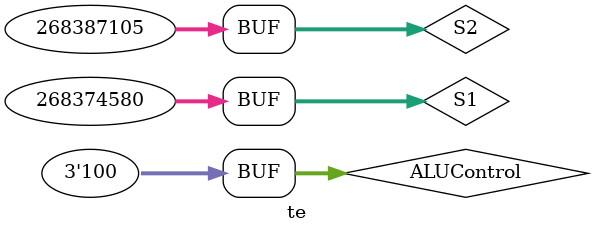
<source format=v>
`timescale 1ns / 1ps


module te;

	// Inputs
	reg [31:0] S1;
	reg [31:0] S2;
	reg [2:0] ALUControl;

	// Outputs
	wire Zero;
	wire [31:0] ALUResult;

	// Instantiate the Unit Under Test (UUT)
	ALU uut (
		.S1(S1), 
		.S2(S2), 
		.ALUControl(ALUControl), 
		.Zero(Zero), 
		.ALUResult(ALUResult)
	);

	initial begin
		// Initialize Inputs
		S1 = 0;
		S2 = 0;
		ALUControl = 0;

		// Wait 100 ns for global reset to finish
		#100;
      S1=32'hfff1234;
      S2=32'hfff4321;
      ALUControl=3'd4;		
		// Add stimulus here

	end
      
endmodule


</source>
